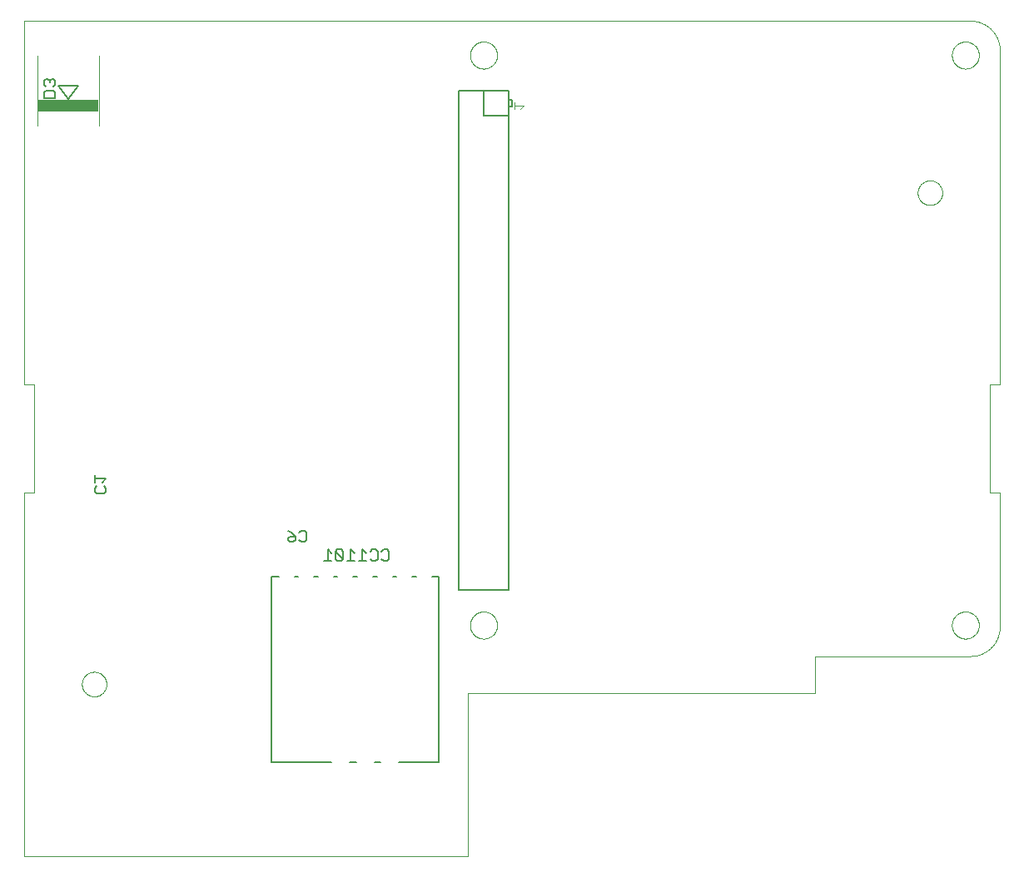
<source format=gbo>
G75*
%MOIN*%
%OFA0B0*%
%FSLAX25Y25*%
%IPPOS*%
%LPD*%
%AMOC8*
5,1,8,0,0,1.08239X$1,22.5*
%
%ADD10C,0.00000*%
%ADD11C,0.00400*%
%ADD12C,0.00800*%
%ADD13R,0.24409X0.04921*%
%ADD14C,0.00500*%
D10*
X0013297Y0027187D02*
X0013297Y0172857D01*
X0017234Y0172857D01*
X0017234Y0216164D01*
X0013297Y0216164D01*
X0013297Y0361833D01*
X0392037Y0361833D01*
X0392322Y0361830D01*
X0392608Y0361819D01*
X0392893Y0361802D01*
X0393177Y0361778D01*
X0393461Y0361747D01*
X0393744Y0361709D01*
X0394025Y0361664D01*
X0394306Y0361613D01*
X0394586Y0361555D01*
X0394864Y0361490D01*
X0395140Y0361418D01*
X0395414Y0361340D01*
X0395687Y0361255D01*
X0395957Y0361163D01*
X0396225Y0361065D01*
X0396491Y0360961D01*
X0396754Y0360850D01*
X0397014Y0360733D01*
X0397272Y0360610D01*
X0397526Y0360480D01*
X0397777Y0360344D01*
X0398025Y0360203D01*
X0398269Y0360055D01*
X0398510Y0359902D01*
X0398746Y0359742D01*
X0398979Y0359577D01*
X0399208Y0359407D01*
X0399433Y0359231D01*
X0399653Y0359049D01*
X0399869Y0358863D01*
X0400080Y0358671D01*
X0400287Y0358474D01*
X0400489Y0358272D01*
X0400686Y0358065D01*
X0400878Y0357854D01*
X0401064Y0357638D01*
X0401246Y0357418D01*
X0401422Y0357193D01*
X0401592Y0356964D01*
X0401757Y0356731D01*
X0401917Y0356495D01*
X0402070Y0356254D01*
X0402218Y0356010D01*
X0402359Y0355762D01*
X0402495Y0355511D01*
X0402625Y0355257D01*
X0402748Y0354999D01*
X0402865Y0354739D01*
X0402976Y0354476D01*
X0403080Y0354210D01*
X0403178Y0353942D01*
X0403270Y0353672D01*
X0403355Y0353399D01*
X0403433Y0353125D01*
X0403505Y0352849D01*
X0403570Y0352571D01*
X0403628Y0352291D01*
X0403679Y0352010D01*
X0403724Y0351729D01*
X0403762Y0351446D01*
X0403793Y0351162D01*
X0403817Y0350878D01*
X0403834Y0350593D01*
X0403845Y0350307D01*
X0403848Y0350022D01*
X0403848Y0216164D01*
X0399911Y0216164D01*
X0399911Y0172857D01*
X0403848Y0172857D01*
X0403848Y0119117D01*
X0403845Y0118832D01*
X0403834Y0118546D01*
X0403817Y0118261D01*
X0403793Y0117977D01*
X0403762Y0117693D01*
X0403724Y0117410D01*
X0403679Y0117129D01*
X0403628Y0116848D01*
X0403570Y0116568D01*
X0403505Y0116290D01*
X0403433Y0116014D01*
X0403355Y0115740D01*
X0403270Y0115467D01*
X0403178Y0115197D01*
X0403080Y0114929D01*
X0402976Y0114663D01*
X0402865Y0114400D01*
X0402748Y0114140D01*
X0402625Y0113882D01*
X0402495Y0113628D01*
X0402359Y0113377D01*
X0402218Y0113129D01*
X0402070Y0112885D01*
X0401917Y0112644D01*
X0401757Y0112408D01*
X0401592Y0112175D01*
X0401422Y0111946D01*
X0401246Y0111721D01*
X0401064Y0111501D01*
X0400878Y0111285D01*
X0400686Y0111074D01*
X0400489Y0110867D01*
X0400287Y0110665D01*
X0400080Y0110468D01*
X0399869Y0110276D01*
X0399653Y0110090D01*
X0399433Y0109908D01*
X0399208Y0109732D01*
X0398979Y0109562D01*
X0398746Y0109397D01*
X0398510Y0109237D01*
X0398269Y0109084D01*
X0398025Y0108936D01*
X0397777Y0108795D01*
X0397526Y0108659D01*
X0397272Y0108529D01*
X0397014Y0108406D01*
X0396754Y0108289D01*
X0396491Y0108178D01*
X0396225Y0108074D01*
X0395957Y0107976D01*
X0395687Y0107884D01*
X0395414Y0107799D01*
X0395140Y0107721D01*
X0394864Y0107649D01*
X0394586Y0107584D01*
X0394306Y0107526D01*
X0394025Y0107475D01*
X0393744Y0107430D01*
X0393461Y0107392D01*
X0393177Y0107361D01*
X0392893Y0107337D01*
X0392608Y0107320D01*
X0392322Y0107309D01*
X0392037Y0107306D01*
X0330029Y0107306D01*
X0330029Y0092542D01*
X0190856Y0092542D01*
X0190856Y0027187D01*
X0013297Y0027187D01*
X0036328Y0096085D02*
X0036330Y0096225D01*
X0036336Y0096365D01*
X0036346Y0096504D01*
X0036360Y0096643D01*
X0036378Y0096782D01*
X0036399Y0096920D01*
X0036425Y0097058D01*
X0036455Y0097195D01*
X0036488Y0097330D01*
X0036526Y0097465D01*
X0036567Y0097599D01*
X0036612Y0097732D01*
X0036660Y0097863D01*
X0036713Y0097992D01*
X0036769Y0098121D01*
X0036828Y0098247D01*
X0036892Y0098372D01*
X0036958Y0098495D01*
X0037029Y0098616D01*
X0037102Y0098735D01*
X0037179Y0098852D01*
X0037260Y0098966D01*
X0037343Y0099078D01*
X0037430Y0099188D01*
X0037520Y0099296D01*
X0037612Y0099400D01*
X0037708Y0099502D01*
X0037807Y0099602D01*
X0037908Y0099698D01*
X0038012Y0099792D01*
X0038119Y0099882D01*
X0038228Y0099969D01*
X0038340Y0100054D01*
X0038454Y0100135D01*
X0038570Y0100213D01*
X0038688Y0100287D01*
X0038809Y0100358D01*
X0038931Y0100426D01*
X0039056Y0100490D01*
X0039182Y0100551D01*
X0039309Y0100608D01*
X0039439Y0100661D01*
X0039570Y0100711D01*
X0039702Y0100756D01*
X0039835Y0100799D01*
X0039970Y0100837D01*
X0040105Y0100871D01*
X0040242Y0100902D01*
X0040379Y0100929D01*
X0040517Y0100951D01*
X0040656Y0100970D01*
X0040795Y0100985D01*
X0040934Y0100996D01*
X0041074Y0101003D01*
X0041214Y0101006D01*
X0041354Y0101005D01*
X0041494Y0101000D01*
X0041633Y0100991D01*
X0041773Y0100978D01*
X0041912Y0100961D01*
X0042050Y0100940D01*
X0042188Y0100916D01*
X0042325Y0100887D01*
X0042461Y0100855D01*
X0042596Y0100818D01*
X0042730Y0100778D01*
X0042863Y0100734D01*
X0042994Y0100686D01*
X0043124Y0100635D01*
X0043253Y0100580D01*
X0043380Y0100521D01*
X0043505Y0100458D01*
X0043628Y0100393D01*
X0043750Y0100323D01*
X0043869Y0100250D01*
X0043987Y0100174D01*
X0044102Y0100095D01*
X0044215Y0100012D01*
X0044325Y0099926D01*
X0044433Y0099837D01*
X0044538Y0099745D01*
X0044641Y0099650D01*
X0044741Y0099552D01*
X0044838Y0099452D01*
X0044932Y0099348D01*
X0045024Y0099242D01*
X0045112Y0099134D01*
X0045197Y0099023D01*
X0045279Y0098909D01*
X0045358Y0098793D01*
X0045433Y0098676D01*
X0045505Y0098556D01*
X0045573Y0098434D01*
X0045638Y0098310D01*
X0045700Y0098184D01*
X0045758Y0098057D01*
X0045812Y0097928D01*
X0045863Y0097797D01*
X0045909Y0097665D01*
X0045952Y0097532D01*
X0045992Y0097398D01*
X0046027Y0097263D01*
X0046059Y0097126D01*
X0046086Y0096989D01*
X0046110Y0096851D01*
X0046130Y0096713D01*
X0046146Y0096574D01*
X0046158Y0096434D01*
X0046166Y0096295D01*
X0046170Y0096155D01*
X0046170Y0096015D01*
X0046166Y0095875D01*
X0046158Y0095736D01*
X0046146Y0095596D01*
X0046130Y0095457D01*
X0046110Y0095319D01*
X0046086Y0095181D01*
X0046059Y0095044D01*
X0046027Y0094907D01*
X0045992Y0094772D01*
X0045952Y0094638D01*
X0045909Y0094505D01*
X0045863Y0094373D01*
X0045812Y0094242D01*
X0045758Y0094113D01*
X0045700Y0093986D01*
X0045638Y0093860D01*
X0045573Y0093736D01*
X0045505Y0093614D01*
X0045433Y0093494D01*
X0045358Y0093377D01*
X0045279Y0093261D01*
X0045197Y0093147D01*
X0045112Y0093036D01*
X0045024Y0092928D01*
X0044932Y0092822D01*
X0044838Y0092718D01*
X0044741Y0092618D01*
X0044641Y0092520D01*
X0044538Y0092425D01*
X0044433Y0092333D01*
X0044325Y0092244D01*
X0044215Y0092158D01*
X0044102Y0092075D01*
X0043987Y0091996D01*
X0043869Y0091920D01*
X0043750Y0091847D01*
X0043628Y0091777D01*
X0043505Y0091712D01*
X0043380Y0091649D01*
X0043253Y0091590D01*
X0043124Y0091535D01*
X0042994Y0091484D01*
X0042863Y0091436D01*
X0042730Y0091392D01*
X0042596Y0091352D01*
X0042461Y0091315D01*
X0042325Y0091283D01*
X0042188Y0091254D01*
X0042050Y0091230D01*
X0041912Y0091209D01*
X0041773Y0091192D01*
X0041633Y0091179D01*
X0041494Y0091170D01*
X0041354Y0091165D01*
X0041214Y0091164D01*
X0041074Y0091167D01*
X0040934Y0091174D01*
X0040795Y0091185D01*
X0040656Y0091200D01*
X0040517Y0091219D01*
X0040379Y0091241D01*
X0040242Y0091268D01*
X0040105Y0091299D01*
X0039970Y0091333D01*
X0039835Y0091371D01*
X0039702Y0091414D01*
X0039570Y0091459D01*
X0039439Y0091509D01*
X0039309Y0091562D01*
X0039182Y0091619D01*
X0039056Y0091680D01*
X0038931Y0091744D01*
X0038809Y0091812D01*
X0038688Y0091883D01*
X0038570Y0091957D01*
X0038454Y0092035D01*
X0038340Y0092116D01*
X0038228Y0092201D01*
X0038119Y0092288D01*
X0038012Y0092378D01*
X0037908Y0092472D01*
X0037807Y0092568D01*
X0037708Y0092668D01*
X0037612Y0092770D01*
X0037520Y0092874D01*
X0037430Y0092982D01*
X0037343Y0093092D01*
X0037260Y0093204D01*
X0037179Y0093318D01*
X0037102Y0093435D01*
X0037029Y0093554D01*
X0036958Y0093675D01*
X0036892Y0093798D01*
X0036828Y0093923D01*
X0036769Y0094049D01*
X0036713Y0094178D01*
X0036660Y0094307D01*
X0036612Y0094438D01*
X0036567Y0094571D01*
X0036526Y0094705D01*
X0036488Y0094840D01*
X0036455Y0094975D01*
X0036425Y0095112D01*
X0036399Y0095250D01*
X0036378Y0095388D01*
X0036360Y0095527D01*
X0036346Y0095666D01*
X0036336Y0095805D01*
X0036330Y0095945D01*
X0036328Y0096085D01*
X0191742Y0119707D02*
X0191744Y0119854D01*
X0191750Y0120000D01*
X0191760Y0120146D01*
X0191774Y0120292D01*
X0191792Y0120438D01*
X0191813Y0120583D01*
X0191839Y0120727D01*
X0191869Y0120871D01*
X0191902Y0121013D01*
X0191939Y0121155D01*
X0191980Y0121296D01*
X0192025Y0121435D01*
X0192074Y0121574D01*
X0192126Y0121711D01*
X0192183Y0121846D01*
X0192242Y0121980D01*
X0192306Y0122112D01*
X0192373Y0122242D01*
X0192443Y0122371D01*
X0192517Y0122498D01*
X0192594Y0122622D01*
X0192675Y0122745D01*
X0192759Y0122865D01*
X0192846Y0122983D01*
X0192936Y0123098D01*
X0193029Y0123211D01*
X0193126Y0123322D01*
X0193225Y0123430D01*
X0193327Y0123535D01*
X0193432Y0123637D01*
X0193540Y0123736D01*
X0193651Y0123833D01*
X0193764Y0123926D01*
X0193879Y0124016D01*
X0193997Y0124103D01*
X0194117Y0124187D01*
X0194240Y0124268D01*
X0194364Y0124345D01*
X0194491Y0124419D01*
X0194620Y0124489D01*
X0194750Y0124556D01*
X0194882Y0124620D01*
X0195016Y0124679D01*
X0195151Y0124736D01*
X0195288Y0124788D01*
X0195427Y0124837D01*
X0195566Y0124882D01*
X0195707Y0124923D01*
X0195849Y0124960D01*
X0195991Y0124993D01*
X0196135Y0125023D01*
X0196279Y0125049D01*
X0196424Y0125070D01*
X0196570Y0125088D01*
X0196716Y0125102D01*
X0196862Y0125112D01*
X0197008Y0125118D01*
X0197155Y0125120D01*
X0197302Y0125118D01*
X0197448Y0125112D01*
X0197594Y0125102D01*
X0197740Y0125088D01*
X0197886Y0125070D01*
X0198031Y0125049D01*
X0198175Y0125023D01*
X0198319Y0124993D01*
X0198461Y0124960D01*
X0198603Y0124923D01*
X0198744Y0124882D01*
X0198883Y0124837D01*
X0199022Y0124788D01*
X0199159Y0124736D01*
X0199294Y0124679D01*
X0199428Y0124620D01*
X0199560Y0124556D01*
X0199690Y0124489D01*
X0199819Y0124419D01*
X0199946Y0124345D01*
X0200070Y0124268D01*
X0200193Y0124187D01*
X0200313Y0124103D01*
X0200431Y0124016D01*
X0200546Y0123926D01*
X0200659Y0123833D01*
X0200770Y0123736D01*
X0200878Y0123637D01*
X0200983Y0123535D01*
X0201085Y0123430D01*
X0201184Y0123322D01*
X0201281Y0123211D01*
X0201374Y0123098D01*
X0201464Y0122983D01*
X0201551Y0122865D01*
X0201635Y0122745D01*
X0201716Y0122622D01*
X0201793Y0122498D01*
X0201867Y0122371D01*
X0201937Y0122242D01*
X0202004Y0122112D01*
X0202068Y0121980D01*
X0202127Y0121846D01*
X0202184Y0121711D01*
X0202236Y0121574D01*
X0202285Y0121435D01*
X0202330Y0121296D01*
X0202371Y0121155D01*
X0202408Y0121013D01*
X0202441Y0120871D01*
X0202471Y0120727D01*
X0202497Y0120583D01*
X0202518Y0120438D01*
X0202536Y0120292D01*
X0202550Y0120146D01*
X0202560Y0120000D01*
X0202566Y0119854D01*
X0202568Y0119707D01*
X0202566Y0119560D01*
X0202560Y0119414D01*
X0202550Y0119268D01*
X0202536Y0119122D01*
X0202518Y0118976D01*
X0202497Y0118831D01*
X0202471Y0118687D01*
X0202441Y0118543D01*
X0202408Y0118401D01*
X0202371Y0118259D01*
X0202330Y0118118D01*
X0202285Y0117979D01*
X0202236Y0117840D01*
X0202184Y0117703D01*
X0202127Y0117568D01*
X0202068Y0117434D01*
X0202004Y0117302D01*
X0201937Y0117172D01*
X0201867Y0117043D01*
X0201793Y0116916D01*
X0201716Y0116792D01*
X0201635Y0116669D01*
X0201551Y0116549D01*
X0201464Y0116431D01*
X0201374Y0116316D01*
X0201281Y0116203D01*
X0201184Y0116092D01*
X0201085Y0115984D01*
X0200983Y0115879D01*
X0200878Y0115777D01*
X0200770Y0115678D01*
X0200659Y0115581D01*
X0200546Y0115488D01*
X0200431Y0115398D01*
X0200313Y0115311D01*
X0200193Y0115227D01*
X0200070Y0115146D01*
X0199946Y0115069D01*
X0199819Y0114995D01*
X0199690Y0114925D01*
X0199560Y0114858D01*
X0199428Y0114794D01*
X0199294Y0114735D01*
X0199159Y0114678D01*
X0199022Y0114626D01*
X0198883Y0114577D01*
X0198744Y0114532D01*
X0198603Y0114491D01*
X0198461Y0114454D01*
X0198319Y0114421D01*
X0198175Y0114391D01*
X0198031Y0114365D01*
X0197886Y0114344D01*
X0197740Y0114326D01*
X0197594Y0114312D01*
X0197448Y0114302D01*
X0197302Y0114296D01*
X0197155Y0114294D01*
X0197008Y0114296D01*
X0196862Y0114302D01*
X0196716Y0114312D01*
X0196570Y0114326D01*
X0196424Y0114344D01*
X0196279Y0114365D01*
X0196135Y0114391D01*
X0195991Y0114421D01*
X0195849Y0114454D01*
X0195707Y0114491D01*
X0195566Y0114532D01*
X0195427Y0114577D01*
X0195288Y0114626D01*
X0195151Y0114678D01*
X0195016Y0114735D01*
X0194882Y0114794D01*
X0194750Y0114858D01*
X0194620Y0114925D01*
X0194491Y0114995D01*
X0194364Y0115069D01*
X0194240Y0115146D01*
X0194117Y0115227D01*
X0193997Y0115311D01*
X0193879Y0115398D01*
X0193764Y0115488D01*
X0193651Y0115581D01*
X0193540Y0115678D01*
X0193432Y0115777D01*
X0193327Y0115879D01*
X0193225Y0115984D01*
X0193126Y0116092D01*
X0193029Y0116203D01*
X0192936Y0116316D01*
X0192846Y0116431D01*
X0192759Y0116549D01*
X0192675Y0116669D01*
X0192594Y0116792D01*
X0192517Y0116916D01*
X0192443Y0117043D01*
X0192373Y0117172D01*
X0192306Y0117302D01*
X0192242Y0117434D01*
X0192183Y0117568D01*
X0192126Y0117703D01*
X0192074Y0117840D01*
X0192025Y0117979D01*
X0191980Y0118118D01*
X0191939Y0118259D01*
X0191902Y0118401D01*
X0191869Y0118543D01*
X0191839Y0118687D01*
X0191813Y0118831D01*
X0191792Y0118976D01*
X0191774Y0119122D01*
X0191760Y0119268D01*
X0191750Y0119414D01*
X0191744Y0119560D01*
X0191742Y0119707D01*
X0370974Y0292935D02*
X0370976Y0293075D01*
X0370982Y0293215D01*
X0370992Y0293354D01*
X0371006Y0293493D01*
X0371024Y0293632D01*
X0371045Y0293770D01*
X0371071Y0293908D01*
X0371101Y0294045D01*
X0371134Y0294180D01*
X0371172Y0294315D01*
X0371213Y0294449D01*
X0371258Y0294582D01*
X0371306Y0294713D01*
X0371359Y0294842D01*
X0371415Y0294971D01*
X0371474Y0295097D01*
X0371538Y0295222D01*
X0371604Y0295345D01*
X0371675Y0295466D01*
X0371748Y0295585D01*
X0371825Y0295702D01*
X0371906Y0295816D01*
X0371989Y0295928D01*
X0372076Y0296038D01*
X0372166Y0296146D01*
X0372258Y0296250D01*
X0372354Y0296352D01*
X0372453Y0296452D01*
X0372554Y0296548D01*
X0372658Y0296642D01*
X0372765Y0296732D01*
X0372874Y0296819D01*
X0372986Y0296904D01*
X0373100Y0296985D01*
X0373216Y0297063D01*
X0373334Y0297137D01*
X0373455Y0297208D01*
X0373577Y0297276D01*
X0373702Y0297340D01*
X0373828Y0297401D01*
X0373955Y0297458D01*
X0374085Y0297511D01*
X0374216Y0297561D01*
X0374348Y0297606D01*
X0374481Y0297649D01*
X0374616Y0297687D01*
X0374751Y0297721D01*
X0374888Y0297752D01*
X0375025Y0297779D01*
X0375163Y0297801D01*
X0375302Y0297820D01*
X0375441Y0297835D01*
X0375580Y0297846D01*
X0375720Y0297853D01*
X0375860Y0297856D01*
X0376000Y0297855D01*
X0376140Y0297850D01*
X0376279Y0297841D01*
X0376419Y0297828D01*
X0376558Y0297811D01*
X0376696Y0297790D01*
X0376834Y0297766D01*
X0376971Y0297737D01*
X0377107Y0297705D01*
X0377242Y0297668D01*
X0377376Y0297628D01*
X0377509Y0297584D01*
X0377640Y0297536D01*
X0377770Y0297485D01*
X0377899Y0297430D01*
X0378026Y0297371D01*
X0378151Y0297308D01*
X0378274Y0297243D01*
X0378396Y0297173D01*
X0378515Y0297100D01*
X0378633Y0297024D01*
X0378748Y0296945D01*
X0378861Y0296862D01*
X0378971Y0296776D01*
X0379079Y0296687D01*
X0379184Y0296595D01*
X0379287Y0296500D01*
X0379387Y0296402D01*
X0379484Y0296302D01*
X0379578Y0296198D01*
X0379670Y0296092D01*
X0379758Y0295984D01*
X0379843Y0295873D01*
X0379925Y0295759D01*
X0380004Y0295643D01*
X0380079Y0295526D01*
X0380151Y0295406D01*
X0380219Y0295284D01*
X0380284Y0295160D01*
X0380346Y0295034D01*
X0380404Y0294907D01*
X0380458Y0294778D01*
X0380509Y0294647D01*
X0380555Y0294515D01*
X0380598Y0294382D01*
X0380638Y0294248D01*
X0380673Y0294113D01*
X0380705Y0293976D01*
X0380732Y0293839D01*
X0380756Y0293701D01*
X0380776Y0293563D01*
X0380792Y0293424D01*
X0380804Y0293284D01*
X0380812Y0293145D01*
X0380816Y0293005D01*
X0380816Y0292865D01*
X0380812Y0292725D01*
X0380804Y0292586D01*
X0380792Y0292446D01*
X0380776Y0292307D01*
X0380756Y0292169D01*
X0380732Y0292031D01*
X0380705Y0291894D01*
X0380673Y0291757D01*
X0380638Y0291622D01*
X0380598Y0291488D01*
X0380555Y0291355D01*
X0380509Y0291223D01*
X0380458Y0291092D01*
X0380404Y0290963D01*
X0380346Y0290836D01*
X0380284Y0290710D01*
X0380219Y0290586D01*
X0380151Y0290464D01*
X0380079Y0290344D01*
X0380004Y0290227D01*
X0379925Y0290111D01*
X0379843Y0289997D01*
X0379758Y0289886D01*
X0379670Y0289778D01*
X0379578Y0289672D01*
X0379484Y0289568D01*
X0379387Y0289468D01*
X0379287Y0289370D01*
X0379184Y0289275D01*
X0379079Y0289183D01*
X0378971Y0289094D01*
X0378861Y0289008D01*
X0378748Y0288925D01*
X0378633Y0288846D01*
X0378515Y0288770D01*
X0378396Y0288697D01*
X0378274Y0288627D01*
X0378151Y0288562D01*
X0378026Y0288499D01*
X0377899Y0288440D01*
X0377770Y0288385D01*
X0377640Y0288334D01*
X0377509Y0288286D01*
X0377376Y0288242D01*
X0377242Y0288202D01*
X0377107Y0288165D01*
X0376971Y0288133D01*
X0376834Y0288104D01*
X0376696Y0288080D01*
X0376558Y0288059D01*
X0376419Y0288042D01*
X0376279Y0288029D01*
X0376140Y0288020D01*
X0376000Y0288015D01*
X0375860Y0288014D01*
X0375720Y0288017D01*
X0375580Y0288024D01*
X0375441Y0288035D01*
X0375302Y0288050D01*
X0375163Y0288069D01*
X0375025Y0288091D01*
X0374888Y0288118D01*
X0374751Y0288149D01*
X0374616Y0288183D01*
X0374481Y0288221D01*
X0374348Y0288264D01*
X0374216Y0288309D01*
X0374085Y0288359D01*
X0373955Y0288412D01*
X0373828Y0288469D01*
X0373702Y0288530D01*
X0373577Y0288594D01*
X0373455Y0288662D01*
X0373334Y0288733D01*
X0373216Y0288807D01*
X0373100Y0288885D01*
X0372986Y0288966D01*
X0372874Y0289051D01*
X0372765Y0289138D01*
X0372658Y0289228D01*
X0372554Y0289322D01*
X0372453Y0289418D01*
X0372354Y0289518D01*
X0372258Y0289620D01*
X0372166Y0289724D01*
X0372076Y0289832D01*
X0371989Y0289942D01*
X0371906Y0290054D01*
X0371825Y0290168D01*
X0371748Y0290285D01*
X0371675Y0290404D01*
X0371604Y0290525D01*
X0371538Y0290648D01*
X0371474Y0290773D01*
X0371415Y0290899D01*
X0371359Y0291028D01*
X0371306Y0291157D01*
X0371258Y0291288D01*
X0371213Y0291421D01*
X0371172Y0291555D01*
X0371134Y0291690D01*
X0371101Y0291825D01*
X0371071Y0291962D01*
X0371045Y0292100D01*
X0371024Y0292238D01*
X0371006Y0292377D01*
X0370992Y0292516D01*
X0370982Y0292655D01*
X0370976Y0292795D01*
X0370974Y0292935D01*
X0384655Y0348054D02*
X0384657Y0348201D01*
X0384663Y0348347D01*
X0384673Y0348493D01*
X0384687Y0348639D01*
X0384705Y0348785D01*
X0384726Y0348930D01*
X0384752Y0349074D01*
X0384782Y0349218D01*
X0384815Y0349360D01*
X0384852Y0349502D01*
X0384893Y0349643D01*
X0384938Y0349782D01*
X0384987Y0349921D01*
X0385039Y0350058D01*
X0385096Y0350193D01*
X0385155Y0350327D01*
X0385219Y0350459D01*
X0385286Y0350589D01*
X0385356Y0350718D01*
X0385430Y0350845D01*
X0385507Y0350969D01*
X0385588Y0351092D01*
X0385672Y0351212D01*
X0385759Y0351330D01*
X0385849Y0351445D01*
X0385942Y0351558D01*
X0386039Y0351669D01*
X0386138Y0351777D01*
X0386240Y0351882D01*
X0386345Y0351984D01*
X0386453Y0352083D01*
X0386564Y0352180D01*
X0386677Y0352273D01*
X0386792Y0352363D01*
X0386910Y0352450D01*
X0387030Y0352534D01*
X0387153Y0352615D01*
X0387277Y0352692D01*
X0387404Y0352766D01*
X0387533Y0352836D01*
X0387663Y0352903D01*
X0387795Y0352967D01*
X0387929Y0353026D01*
X0388064Y0353083D01*
X0388201Y0353135D01*
X0388340Y0353184D01*
X0388479Y0353229D01*
X0388620Y0353270D01*
X0388762Y0353307D01*
X0388904Y0353340D01*
X0389048Y0353370D01*
X0389192Y0353396D01*
X0389337Y0353417D01*
X0389483Y0353435D01*
X0389629Y0353449D01*
X0389775Y0353459D01*
X0389921Y0353465D01*
X0390068Y0353467D01*
X0390215Y0353465D01*
X0390361Y0353459D01*
X0390507Y0353449D01*
X0390653Y0353435D01*
X0390799Y0353417D01*
X0390944Y0353396D01*
X0391088Y0353370D01*
X0391232Y0353340D01*
X0391374Y0353307D01*
X0391516Y0353270D01*
X0391657Y0353229D01*
X0391796Y0353184D01*
X0391935Y0353135D01*
X0392072Y0353083D01*
X0392207Y0353026D01*
X0392341Y0352967D01*
X0392473Y0352903D01*
X0392603Y0352836D01*
X0392732Y0352766D01*
X0392859Y0352692D01*
X0392983Y0352615D01*
X0393106Y0352534D01*
X0393226Y0352450D01*
X0393344Y0352363D01*
X0393459Y0352273D01*
X0393572Y0352180D01*
X0393683Y0352083D01*
X0393791Y0351984D01*
X0393896Y0351882D01*
X0393998Y0351777D01*
X0394097Y0351669D01*
X0394194Y0351558D01*
X0394287Y0351445D01*
X0394377Y0351330D01*
X0394464Y0351212D01*
X0394548Y0351092D01*
X0394629Y0350969D01*
X0394706Y0350845D01*
X0394780Y0350718D01*
X0394850Y0350589D01*
X0394917Y0350459D01*
X0394981Y0350327D01*
X0395040Y0350193D01*
X0395097Y0350058D01*
X0395149Y0349921D01*
X0395198Y0349782D01*
X0395243Y0349643D01*
X0395284Y0349502D01*
X0395321Y0349360D01*
X0395354Y0349218D01*
X0395384Y0349074D01*
X0395410Y0348930D01*
X0395431Y0348785D01*
X0395449Y0348639D01*
X0395463Y0348493D01*
X0395473Y0348347D01*
X0395479Y0348201D01*
X0395481Y0348054D01*
X0395479Y0347907D01*
X0395473Y0347761D01*
X0395463Y0347615D01*
X0395449Y0347469D01*
X0395431Y0347323D01*
X0395410Y0347178D01*
X0395384Y0347034D01*
X0395354Y0346890D01*
X0395321Y0346748D01*
X0395284Y0346606D01*
X0395243Y0346465D01*
X0395198Y0346326D01*
X0395149Y0346187D01*
X0395097Y0346050D01*
X0395040Y0345915D01*
X0394981Y0345781D01*
X0394917Y0345649D01*
X0394850Y0345519D01*
X0394780Y0345390D01*
X0394706Y0345263D01*
X0394629Y0345139D01*
X0394548Y0345016D01*
X0394464Y0344896D01*
X0394377Y0344778D01*
X0394287Y0344663D01*
X0394194Y0344550D01*
X0394097Y0344439D01*
X0393998Y0344331D01*
X0393896Y0344226D01*
X0393791Y0344124D01*
X0393683Y0344025D01*
X0393572Y0343928D01*
X0393459Y0343835D01*
X0393344Y0343745D01*
X0393226Y0343658D01*
X0393106Y0343574D01*
X0392983Y0343493D01*
X0392859Y0343416D01*
X0392732Y0343342D01*
X0392603Y0343272D01*
X0392473Y0343205D01*
X0392341Y0343141D01*
X0392207Y0343082D01*
X0392072Y0343025D01*
X0391935Y0342973D01*
X0391796Y0342924D01*
X0391657Y0342879D01*
X0391516Y0342838D01*
X0391374Y0342801D01*
X0391232Y0342768D01*
X0391088Y0342738D01*
X0390944Y0342712D01*
X0390799Y0342691D01*
X0390653Y0342673D01*
X0390507Y0342659D01*
X0390361Y0342649D01*
X0390215Y0342643D01*
X0390068Y0342641D01*
X0389921Y0342643D01*
X0389775Y0342649D01*
X0389629Y0342659D01*
X0389483Y0342673D01*
X0389337Y0342691D01*
X0389192Y0342712D01*
X0389048Y0342738D01*
X0388904Y0342768D01*
X0388762Y0342801D01*
X0388620Y0342838D01*
X0388479Y0342879D01*
X0388340Y0342924D01*
X0388201Y0342973D01*
X0388064Y0343025D01*
X0387929Y0343082D01*
X0387795Y0343141D01*
X0387663Y0343205D01*
X0387533Y0343272D01*
X0387404Y0343342D01*
X0387277Y0343416D01*
X0387153Y0343493D01*
X0387030Y0343574D01*
X0386910Y0343658D01*
X0386792Y0343745D01*
X0386677Y0343835D01*
X0386564Y0343928D01*
X0386453Y0344025D01*
X0386345Y0344124D01*
X0386240Y0344226D01*
X0386138Y0344331D01*
X0386039Y0344439D01*
X0385942Y0344550D01*
X0385849Y0344663D01*
X0385759Y0344778D01*
X0385672Y0344896D01*
X0385588Y0345016D01*
X0385507Y0345139D01*
X0385430Y0345263D01*
X0385356Y0345390D01*
X0385286Y0345519D01*
X0385219Y0345649D01*
X0385155Y0345781D01*
X0385096Y0345915D01*
X0385039Y0346050D01*
X0384987Y0346187D01*
X0384938Y0346326D01*
X0384893Y0346465D01*
X0384852Y0346606D01*
X0384815Y0346748D01*
X0384782Y0346890D01*
X0384752Y0347034D01*
X0384726Y0347178D01*
X0384705Y0347323D01*
X0384687Y0347469D01*
X0384673Y0347615D01*
X0384663Y0347761D01*
X0384657Y0347907D01*
X0384655Y0348054D01*
X0191742Y0348054D02*
X0191744Y0348201D01*
X0191750Y0348347D01*
X0191760Y0348493D01*
X0191774Y0348639D01*
X0191792Y0348785D01*
X0191813Y0348930D01*
X0191839Y0349074D01*
X0191869Y0349218D01*
X0191902Y0349360D01*
X0191939Y0349502D01*
X0191980Y0349643D01*
X0192025Y0349782D01*
X0192074Y0349921D01*
X0192126Y0350058D01*
X0192183Y0350193D01*
X0192242Y0350327D01*
X0192306Y0350459D01*
X0192373Y0350589D01*
X0192443Y0350718D01*
X0192517Y0350845D01*
X0192594Y0350969D01*
X0192675Y0351092D01*
X0192759Y0351212D01*
X0192846Y0351330D01*
X0192936Y0351445D01*
X0193029Y0351558D01*
X0193126Y0351669D01*
X0193225Y0351777D01*
X0193327Y0351882D01*
X0193432Y0351984D01*
X0193540Y0352083D01*
X0193651Y0352180D01*
X0193764Y0352273D01*
X0193879Y0352363D01*
X0193997Y0352450D01*
X0194117Y0352534D01*
X0194240Y0352615D01*
X0194364Y0352692D01*
X0194491Y0352766D01*
X0194620Y0352836D01*
X0194750Y0352903D01*
X0194882Y0352967D01*
X0195016Y0353026D01*
X0195151Y0353083D01*
X0195288Y0353135D01*
X0195427Y0353184D01*
X0195566Y0353229D01*
X0195707Y0353270D01*
X0195849Y0353307D01*
X0195991Y0353340D01*
X0196135Y0353370D01*
X0196279Y0353396D01*
X0196424Y0353417D01*
X0196570Y0353435D01*
X0196716Y0353449D01*
X0196862Y0353459D01*
X0197008Y0353465D01*
X0197155Y0353467D01*
X0197302Y0353465D01*
X0197448Y0353459D01*
X0197594Y0353449D01*
X0197740Y0353435D01*
X0197886Y0353417D01*
X0198031Y0353396D01*
X0198175Y0353370D01*
X0198319Y0353340D01*
X0198461Y0353307D01*
X0198603Y0353270D01*
X0198744Y0353229D01*
X0198883Y0353184D01*
X0199022Y0353135D01*
X0199159Y0353083D01*
X0199294Y0353026D01*
X0199428Y0352967D01*
X0199560Y0352903D01*
X0199690Y0352836D01*
X0199819Y0352766D01*
X0199946Y0352692D01*
X0200070Y0352615D01*
X0200193Y0352534D01*
X0200313Y0352450D01*
X0200431Y0352363D01*
X0200546Y0352273D01*
X0200659Y0352180D01*
X0200770Y0352083D01*
X0200878Y0351984D01*
X0200983Y0351882D01*
X0201085Y0351777D01*
X0201184Y0351669D01*
X0201281Y0351558D01*
X0201374Y0351445D01*
X0201464Y0351330D01*
X0201551Y0351212D01*
X0201635Y0351092D01*
X0201716Y0350969D01*
X0201793Y0350845D01*
X0201867Y0350718D01*
X0201937Y0350589D01*
X0202004Y0350459D01*
X0202068Y0350327D01*
X0202127Y0350193D01*
X0202184Y0350058D01*
X0202236Y0349921D01*
X0202285Y0349782D01*
X0202330Y0349643D01*
X0202371Y0349502D01*
X0202408Y0349360D01*
X0202441Y0349218D01*
X0202471Y0349074D01*
X0202497Y0348930D01*
X0202518Y0348785D01*
X0202536Y0348639D01*
X0202550Y0348493D01*
X0202560Y0348347D01*
X0202566Y0348201D01*
X0202568Y0348054D01*
X0202566Y0347907D01*
X0202560Y0347761D01*
X0202550Y0347615D01*
X0202536Y0347469D01*
X0202518Y0347323D01*
X0202497Y0347178D01*
X0202471Y0347034D01*
X0202441Y0346890D01*
X0202408Y0346748D01*
X0202371Y0346606D01*
X0202330Y0346465D01*
X0202285Y0346326D01*
X0202236Y0346187D01*
X0202184Y0346050D01*
X0202127Y0345915D01*
X0202068Y0345781D01*
X0202004Y0345649D01*
X0201937Y0345519D01*
X0201867Y0345390D01*
X0201793Y0345263D01*
X0201716Y0345139D01*
X0201635Y0345016D01*
X0201551Y0344896D01*
X0201464Y0344778D01*
X0201374Y0344663D01*
X0201281Y0344550D01*
X0201184Y0344439D01*
X0201085Y0344331D01*
X0200983Y0344226D01*
X0200878Y0344124D01*
X0200770Y0344025D01*
X0200659Y0343928D01*
X0200546Y0343835D01*
X0200431Y0343745D01*
X0200313Y0343658D01*
X0200193Y0343574D01*
X0200070Y0343493D01*
X0199946Y0343416D01*
X0199819Y0343342D01*
X0199690Y0343272D01*
X0199560Y0343205D01*
X0199428Y0343141D01*
X0199294Y0343082D01*
X0199159Y0343025D01*
X0199022Y0342973D01*
X0198883Y0342924D01*
X0198744Y0342879D01*
X0198603Y0342838D01*
X0198461Y0342801D01*
X0198319Y0342768D01*
X0198175Y0342738D01*
X0198031Y0342712D01*
X0197886Y0342691D01*
X0197740Y0342673D01*
X0197594Y0342659D01*
X0197448Y0342649D01*
X0197302Y0342643D01*
X0197155Y0342641D01*
X0197008Y0342643D01*
X0196862Y0342649D01*
X0196716Y0342659D01*
X0196570Y0342673D01*
X0196424Y0342691D01*
X0196279Y0342712D01*
X0196135Y0342738D01*
X0195991Y0342768D01*
X0195849Y0342801D01*
X0195707Y0342838D01*
X0195566Y0342879D01*
X0195427Y0342924D01*
X0195288Y0342973D01*
X0195151Y0343025D01*
X0195016Y0343082D01*
X0194882Y0343141D01*
X0194750Y0343205D01*
X0194620Y0343272D01*
X0194491Y0343342D01*
X0194364Y0343416D01*
X0194240Y0343493D01*
X0194117Y0343574D01*
X0193997Y0343658D01*
X0193879Y0343745D01*
X0193764Y0343835D01*
X0193651Y0343928D01*
X0193540Y0344025D01*
X0193432Y0344124D01*
X0193327Y0344226D01*
X0193225Y0344331D01*
X0193126Y0344439D01*
X0193029Y0344550D01*
X0192936Y0344663D01*
X0192846Y0344778D01*
X0192759Y0344896D01*
X0192675Y0345016D01*
X0192594Y0345139D01*
X0192517Y0345263D01*
X0192443Y0345390D01*
X0192373Y0345519D01*
X0192306Y0345649D01*
X0192242Y0345781D01*
X0192183Y0345915D01*
X0192126Y0346050D01*
X0192074Y0346187D01*
X0192025Y0346326D01*
X0191980Y0346465D01*
X0191939Y0346606D01*
X0191902Y0346748D01*
X0191869Y0346890D01*
X0191839Y0347034D01*
X0191813Y0347178D01*
X0191792Y0347323D01*
X0191774Y0347469D01*
X0191760Y0347615D01*
X0191750Y0347761D01*
X0191744Y0347907D01*
X0191742Y0348054D01*
X0384655Y0119707D02*
X0384657Y0119854D01*
X0384663Y0120000D01*
X0384673Y0120146D01*
X0384687Y0120292D01*
X0384705Y0120438D01*
X0384726Y0120583D01*
X0384752Y0120727D01*
X0384782Y0120871D01*
X0384815Y0121013D01*
X0384852Y0121155D01*
X0384893Y0121296D01*
X0384938Y0121435D01*
X0384987Y0121574D01*
X0385039Y0121711D01*
X0385096Y0121846D01*
X0385155Y0121980D01*
X0385219Y0122112D01*
X0385286Y0122242D01*
X0385356Y0122371D01*
X0385430Y0122498D01*
X0385507Y0122622D01*
X0385588Y0122745D01*
X0385672Y0122865D01*
X0385759Y0122983D01*
X0385849Y0123098D01*
X0385942Y0123211D01*
X0386039Y0123322D01*
X0386138Y0123430D01*
X0386240Y0123535D01*
X0386345Y0123637D01*
X0386453Y0123736D01*
X0386564Y0123833D01*
X0386677Y0123926D01*
X0386792Y0124016D01*
X0386910Y0124103D01*
X0387030Y0124187D01*
X0387153Y0124268D01*
X0387277Y0124345D01*
X0387404Y0124419D01*
X0387533Y0124489D01*
X0387663Y0124556D01*
X0387795Y0124620D01*
X0387929Y0124679D01*
X0388064Y0124736D01*
X0388201Y0124788D01*
X0388340Y0124837D01*
X0388479Y0124882D01*
X0388620Y0124923D01*
X0388762Y0124960D01*
X0388904Y0124993D01*
X0389048Y0125023D01*
X0389192Y0125049D01*
X0389337Y0125070D01*
X0389483Y0125088D01*
X0389629Y0125102D01*
X0389775Y0125112D01*
X0389921Y0125118D01*
X0390068Y0125120D01*
X0390215Y0125118D01*
X0390361Y0125112D01*
X0390507Y0125102D01*
X0390653Y0125088D01*
X0390799Y0125070D01*
X0390944Y0125049D01*
X0391088Y0125023D01*
X0391232Y0124993D01*
X0391374Y0124960D01*
X0391516Y0124923D01*
X0391657Y0124882D01*
X0391796Y0124837D01*
X0391935Y0124788D01*
X0392072Y0124736D01*
X0392207Y0124679D01*
X0392341Y0124620D01*
X0392473Y0124556D01*
X0392603Y0124489D01*
X0392732Y0124419D01*
X0392859Y0124345D01*
X0392983Y0124268D01*
X0393106Y0124187D01*
X0393226Y0124103D01*
X0393344Y0124016D01*
X0393459Y0123926D01*
X0393572Y0123833D01*
X0393683Y0123736D01*
X0393791Y0123637D01*
X0393896Y0123535D01*
X0393998Y0123430D01*
X0394097Y0123322D01*
X0394194Y0123211D01*
X0394287Y0123098D01*
X0394377Y0122983D01*
X0394464Y0122865D01*
X0394548Y0122745D01*
X0394629Y0122622D01*
X0394706Y0122498D01*
X0394780Y0122371D01*
X0394850Y0122242D01*
X0394917Y0122112D01*
X0394981Y0121980D01*
X0395040Y0121846D01*
X0395097Y0121711D01*
X0395149Y0121574D01*
X0395198Y0121435D01*
X0395243Y0121296D01*
X0395284Y0121155D01*
X0395321Y0121013D01*
X0395354Y0120871D01*
X0395384Y0120727D01*
X0395410Y0120583D01*
X0395431Y0120438D01*
X0395449Y0120292D01*
X0395463Y0120146D01*
X0395473Y0120000D01*
X0395479Y0119854D01*
X0395481Y0119707D01*
X0395479Y0119560D01*
X0395473Y0119414D01*
X0395463Y0119268D01*
X0395449Y0119122D01*
X0395431Y0118976D01*
X0395410Y0118831D01*
X0395384Y0118687D01*
X0395354Y0118543D01*
X0395321Y0118401D01*
X0395284Y0118259D01*
X0395243Y0118118D01*
X0395198Y0117979D01*
X0395149Y0117840D01*
X0395097Y0117703D01*
X0395040Y0117568D01*
X0394981Y0117434D01*
X0394917Y0117302D01*
X0394850Y0117172D01*
X0394780Y0117043D01*
X0394706Y0116916D01*
X0394629Y0116792D01*
X0394548Y0116669D01*
X0394464Y0116549D01*
X0394377Y0116431D01*
X0394287Y0116316D01*
X0394194Y0116203D01*
X0394097Y0116092D01*
X0393998Y0115984D01*
X0393896Y0115879D01*
X0393791Y0115777D01*
X0393683Y0115678D01*
X0393572Y0115581D01*
X0393459Y0115488D01*
X0393344Y0115398D01*
X0393226Y0115311D01*
X0393106Y0115227D01*
X0392983Y0115146D01*
X0392859Y0115069D01*
X0392732Y0114995D01*
X0392603Y0114925D01*
X0392473Y0114858D01*
X0392341Y0114794D01*
X0392207Y0114735D01*
X0392072Y0114678D01*
X0391935Y0114626D01*
X0391796Y0114577D01*
X0391657Y0114532D01*
X0391516Y0114491D01*
X0391374Y0114454D01*
X0391232Y0114421D01*
X0391088Y0114391D01*
X0390944Y0114365D01*
X0390799Y0114344D01*
X0390653Y0114326D01*
X0390507Y0114312D01*
X0390361Y0114302D01*
X0390215Y0114296D01*
X0390068Y0114294D01*
X0389921Y0114296D01*
X0389775Y0114302D01*
X0389629Y0114312D01*
X0389483Y0114326D01*
X0389337Y0114344D01*
X0389192Y0114365D01*
X0389048Y0114391D01*
X0388904Y0114421D01*
X0388762Y0114454D01*
X0388620Y0114491D01*
X0388479Y0114532D01*
X0388340Y0114577D01*
X0388201Y0114626D01*
X0388064Y0114678D01*
X0387929Y0114735D01*
X0387795Y0114794D01*
X0387663Y0114858D01*
X0387533Y0114925D01*
X0387404Y0114995D01*
X0387277Y0115069D01*
X0387153Y0115146D01*
X0387030Y0115227D01*
X0386910Y0115311D01*
X0386792Y0115398D01*
X0386677Y0115488D01*
X0386564Y0115581D01*
X0386453Y0115678D01*
X0386345Y0115777D01*
X0386240Y0115879D01*
X0386138Y0115984D01*
X0386039Y0116092D01*
X0385942Y0116203D01*
X0385849Y0116316D01*
X0385759Y0116431D01*
X0385672Y0116549D01*
X0385588Y0116669D01*
X0385507Y0116792D01*
X0385430Y0116916D01*
X0385356Y0117043D01*
X0385286Y0117172D01*
X0385219Y0117302D01*
X0385155Y0117434D01*
X0385096Y0117568D01*
X0385039Y0117703D01*
X0384987Y0117840D01*
X0384938Y0117979D01*
X0384893Y0118118D01*
X0384852Y0118259D01*
X0384815Y0118401D01*
X0384782Y0118543D01*
X0384752Y0118687D01*
X0384726Y0118831D01*
X0384705Y0118976D01*
X0384687Y0119122D01*
X0384673Y0119268D01*
X0384663Y0119414D01*
X0384657Y0119560D01*
X0384655Y0119707D01*
D11*
X0212007Y0326647D02*
X0213208Y0327848D01*
X0209605Y0327848D01*
X0209605Y0326647D02*
X0209605Y0329049D01*
X0043041Y0319665D02*
X0043041Y0347702D01*
X0018592Y0347702D02*
X0018592Y0319665D01*
D12*
X0030816Y0330416D02*
X0026879Y0335821D01*
X0034753Y0335821D01*
X0030816Y0330416D01*
D13*
X0030816Y0327876D03*
D14*
X0025649Y0330904D02*
X0025649Y0333156D01*
X0024898Y0333907D01*
X0021896Y0333907D01*
X0021145Y0333156D01*
X0021145Y0330904D01*
X0025649Y0330904D01*
X0024898Y0335508D02*
X0025649Y0336259D01*
X0025649Y0337760D01*
X0024898Y0338511D01*
X0024148Y0338511D01*
X0023397Y0337760D01*
X0022646Y0338511D01*
X0021896Y0338511D01*
X0021145Y0337760D01*
X0021145Y0336259D01*
X0021896Y0335508D01*
X0023397Y0337010D02*
X0023397Y0337760D01*
X0187155Y0333880D02*
X0187155Y0133880D01*
X0207155Y0133880D01*
X0207155Y0323880D01*
X0197155Y0323880D01*
X0197155Y0333880D01*
X0207155Y0333880D01*
X0207155Y0330130D01*
X0208405Y0330130D01*
X0208405Y0327630D01*
X0207155Y0327630D01*
X0207155Y0323880D01*
X0207155Y0327630D02*
X0207155Y0330130D01*
X0197155Y0333880D02*
X0187155Y0333880D01*
X0041421Y0179928D02*
X0041421Y0176926D01*
X0041421Y0178427D02*
X0045924Y0178427D01*
X0044423Y0176926D01*
X0045174Y0175324D02*
X0045924Y0174574D01*
X0045924Y0173072D01*
X0045174Y0172322D01*
X0042171Y0172322D01*
X0041421Y0173072D01*
X0041421Y0174574D01*
X0042171Y0175324D01*
X0112312Y0139195D02*
X0115068Y0139195D01*
X0112312Y0139195D02*
X0112312Y0064786D01*
X0136328Y0064786D01*
X0143533Y0064786D02*
X0146171Y0064786D01*
X0153375Y0064786D02*
X0156013Y0064786D01*
X0163218Y0064786D02*
X0179241Y0064786D01*
X0179241Y0139195D01*
X0176486Y0139195D01*
X0170186Y0139195D02*
X0168612Y0139195D01*
X0162312Y0139195D02*
X0160738Y0139195D01*
X0154438Y0139195D02*
X0152864Y0139195D01*
X0146564Y0139195D02*
X0144989Y0139195D01*
X0138690Y0139195D02*
X0137115Y0139195D01*
X0130816Y0139195D02*
X0129241Y0139195D01*
X0122942Y0139195D02*
X0121367Y0139195D01*
X0133317Y0145548D02*
X0136319Y0145548D01*
X0134818Y0145548D02*
X0134818Y0150051D01*
X0136319Y0148550D01*
X0137920Y0149301D02*
X0140923Y0146298D01*
X0140172Y0145548D01*
X0138671Y0145548D01*
X0137920Y0146298D01*
X0137920Y0149301D01*
X0138671Y0150051D01*
X0140172Y0150051D01*
X0140923Y0149301D01*
X0140923Y0146298D01*
X0142524Y0145548D02*
X0145527Y0145548D01*
X0144026Y0145548D02*
X0144026Y0150051D01*
X0145527Y0148550D01*
X0147128Y0145548D02*
X0150131Y0145548D01*
X0148630Y0145548D02*
X0148630Y0150051D01*
X0150131Y0148550D01*
X0151732Y0149301D02*
X0152483Y0150051D01*
X0153984Y0150051D01*
X0154735Y0149301D01*
X0154735Y0146298D01*
X0153984Y0145548D01*
X0152483Y0145548D01*
X0151732Y0146298D01*
X0156336Y0146298D02*
X0157087Y0145548D01*
X0158588Y0145548D01*
X0159339Y0146298D01*
X0159339Y0149301D01*
X0158588Y0150051D01*
X0157087Y0150051D01*
X0156336Y0149301D01*
X0126312Y0153779D02*
X0125561Y0153028D01*
X0124060Y0153028D01*
X0123309Y0153779D01*
X0121708Y0153779D02*
X0120957Y0153028D01*
X0119456Y0153028D01*
X0118705Y0153779D01*
X0118705Y0154529D01*
X0119456Y0155280D01*
X0121708Y0155280D01*
X0121708Y0153779D01*
X0121708Y0155280D02*
X0120207Y0156781D01*
X0118705Y0157532D01*
X0123309Y0156781D02*
X0124060Y0157532D01*
X0125561Y0157532D01*
X0126312Y0156781D01*
X0126312Y0153779D01*
M02*

</source>
